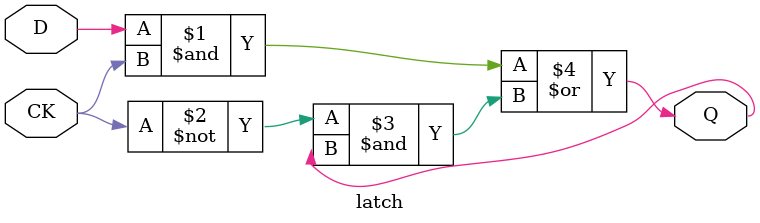
<source format=sv>
`timescale 1ns / 1ps


module latch(
    input logic D, CK,
    output logic Q
    );
    
//    logic wAnd4_0, wAnd4_1;
//    and4 and4_0(
//        .in0(~CK),
//        .in1(Q),
//        .out(wAnd4_0)
//        );
//    and4 and4_1(
//        .in0(D),
//        .in1(CK),
//        .out(wAnd4_1)
//        );
//    or4 or4_0(
//        .in0(wAnd4_0),
//        .in1(wAnd4_1),
//        .out(Q)
//        );
        
    assign Q = (D & CK) | ((~CK) & Q);
endmodule

</source>
